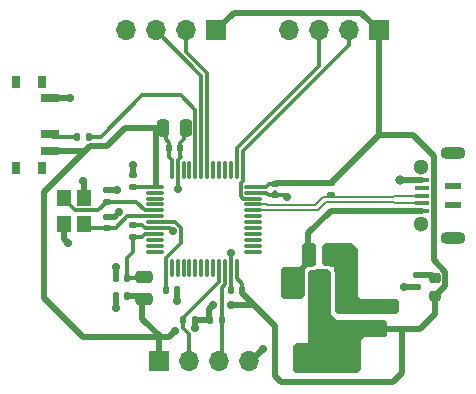
<source format=gbr>
%TF.GenerationSoftware,KiCad,Pcbnew,7.0.9*%
%TF.CreationDate,2024-01-06T18:59:37-08:00*%
%TF.ProjectId,STM32F103C8T6,53544d33-3246-4313-9033-433854362e6b,0.2*%
%TF.SameCoordinates,Original*%
%TF.FileFunction,Copper,L1,Top*%
%TF.FilePolarity,Positive*%
%FSLAX46Y46*%
G04 Gerber Fmt 4.6, Leading zero omitted, Abs format (unit mm)*
G04 Created by KiCad (PCBNEW 7.0.9) date 2024-01-06 18:59:37*
%MOMM*%
%LPD*%
G01*
G04 APERTURE LIST*
G04 Aperture macros list*
%AMRoundRect*
0 Rectangle with rounded corners*
0 $1 Rounding radius*
0 $2 $3 $4 $5 $6 $7 $8 $9 X,Y pos of 4 corners*
0 Add a 4 corners polygon primitive as box body*
4,1,4,$2,$3,$4,$5,$6,$7,$8,$9,$2,$3,0*
0 Add four circle primitives for the rounded corners*
1,1,$1+$1,$2,$3*
1,1,$1+$1,$4,$5*
1,1,$1+$1,$6,$7*
1,1,$1+$1,$8,$9*
0 Add four rect primitives between the rounded corners*
20,1,$1+$1,$2,$3,$4,$5,0*
20,1,$1+$1,$4,$5,$6,$7,0*
20,1,$1+$1,$6,$7,$8,$9,0*
20,1,$1+$1,$8,$9,$2,$3,0*%
G04 Aperture macros list end*
%TA.AperFunction,SMDPad,CuDef*%
%ADD10RoundRect,0.250000X-0.475000X0.250000X-0.475000X-0.250000X0.475000X-0.250000X0.475000X0.250000X0*%
%TD*%
%TA.AperFunction,SMDPad,CuDef*%
%ADD11RoundRect,0.250000X-0.250000X-0.475000X0.250000X-0.475000X0.250000X0.475000X-0.250000X0.475000X0*%
%TD*%
%TA.AperFunction,SMDPad,CuDef*%
%ADD12R,1.250000X0.400000*%
%TD*%
%TA.AperFunction,ComponentPad*%
%ADD13C,1.300000*%
%TD*%
%TA.AperFunction,ComponentPad*%
%ADD14O,2.140000X1.070000*%
%TD*%
%TA.AperFunction,SMDPad,CuDef*%
%ADD15R,1.350000X0.600000*%
%TD*%
%TA.AperFunction,SMDPad,CuDef*%
%ADD16RoundRect,0.140000X0.170000X-0.140000X0.170000X0.140000X-0.170000X0.140000X-0.170000X-0.140000X0*%
%TD*%
%TA.AperFunction,ComponentPad*%
%ADD17R,1.700000X1.700000*%
%TD*%
%TA.AperFunction,ComponentPad*%
%ADD18O,1.700000X1.700000*%
%TD*%
%TA.AperFunction,SMDPad,CuDef*%
%ADD19RoundRect,0.140000X-0.170000X0.140000X-0.170000X-0.140000X0.170000X-0.140000X0.170000X0.140000X0*%
%TD*%
%TA.AperFunction,SMDPad,CuDef*%
%ADD20RoundRect,0.135000X0.135000X0.185000X-0.135000X0.185000X-0.135000X-0.185000X0.135000X-0.185000X0*%
%TD*%
%TA.AperFunction,SMDPad,CuDef*%
%ADD21RoundRect,0.140000X0.140000X0.170000X-0.140000X0.170000X-0.140000X-0.170000X0.140000X-0.170000X0*%
%TD*%
%TA.AperFunction,SMDPad,CuDef*%
%ADD22RoundRect,0.218750X-0.256250X0.218750X-0.256250X-0.218750X0.256250X-0.218750X0.256250X0.218750X0*%
%TD*%
%TA.AperFunction,SMDPad,CuDef*%
%ADD23R,0.800000X1.000000*%
%TD*%
%TA.AperFunction,SMDPad,CuDef*%
%ADD24R,1.500000X0.700000*%
%TD*%
%TA.AperFunction,SMDPad,CuDef*%
%ADD25RoundRect,0.250000X0.475000X-0.250000X0.475000X0.250000X-0.475000X0.250000X-0.475000X-0.250000X0*%
%TD*%
%TA.AperFunction,SMDPad,CuDef*%
%ADD26RoundRect,0.140000X-0.140000X-0.170000X0.140000X-0.170000X0.140000X0.170000X-0.140000X0.170000X0*%
%TD*%
%TA.AperFunction,SMDPad,CuDef*%
%ADD27RoundRect,0.135000X-0.135000X-0.185000X0.135000X-0.185000X0.135000X0.185000X-0.135000X0.185000X0*%
%TD*%
%TA.AperFunction,SMDPad,CuDef*%
%ADD28RoundRect,0.135000X-0.185000X0.135000X-0.185000X-0.135000X0.185000X-0.135000X0.185000X0.135000X0*%
%TD*%
%TA.AperFunction,SMDPad,CuDef*%
%ADD29R,1.500000X2.000000*%
%TD*%
%TA.AperFunction,SMDPad,CuDef*%
%ADD30R,3.800000X2.000000*%
%TD*%
%TA.AperFunction,SMDPad,CuDef*%
%ADD31R,1.200000X1.400000*%
%TD*%
%TA.AperFunction,SMDPad,CuDef*%
%ADD32RoundRect,0.075000X-0.662500X-0.075000X0.662500X-0.075000X0.662500X0.075000X-0.662500X0.075000X0*%
%TD*%
%TA.AperFunction,SMDPad,CuDef*%
%ADD33RoundRect,0.075000X-0.075000X-0.662500X0.075000X-0.662500X0.075000X0.662500X-0.075000X0.662500X0*%
%TD*%
%TA.AperFunction,ViaPad*%
%ADD34C,0.800000*%
%TD*%
%TA.AperFunction,ViaPad*%
%ADD35C,0.700000*%
%TD*%
%TA.AperFunction,Conductor*%
%ADD36C,0.500000*%
%TD*%
%TA.AperFunction,Conductor*%
%ADD37C,0.200000*%
%TD*%
%TA.AperFunction,Conductor*%
%ADD38C,0.300000*%
%TD*%
G04 APERTURE END LIST*
D10*
%TO.P,FB1,1*%
%TO.N,+3.3VA*%
X99900000Y-89850000D03*
%TO.P,FB1,2*%
%TO.N,+3.3V*%
X99900000Y-91750000D03*
%TD*%
D11*
%TO.P,C1,1*%
%TO.N,+3.3V*%
X101550000Y-77250000D03*
%TO.P,C1,2*%
%TO.N,GND*%
X103450000Y-77250000D03*
%TD*%
D12*
%TO.P,J1,1,VBUS*%
%TO.N,VBUS*%
X123400000Y-84300000D03*
%TO.P,J1,2,D-*%
%TO.N,/USB_D-*%
X123400000Y-83650000D03*
%TO.P,J1,3,D+*%
%TO.N,/USB_D+*%
X123400000Y-83000000D03*
%TO.P,J1,4,ID*%
%TO.N,unconnected-(J1-ID-Pad4)*%
X123400000Y-82350000D03*
%TO.P,J1,5,GND*%
%TO.N,GND*%
X123400000Y-81700000D03*
D13*
%TO.P,J1,S5,SHIELD*%
%TO.N,unconnected-(J1-SHIELD-PadS1)*%
X123375000Y-85425000D03*
%TO.P,J1,S4,SHIELD*%
X123375000Y-80575000D03*
D14*
%TO.P,J1,S6,SHIELD*%
X126025000Y-86600000D03*
%TO.P,J1,S3,SHIELD*%
X126025000Y-79400000D03*
D15*
%TO.P,J1,S2,SHIELD*%
X126050000Y-83800000D03*
%TO.P,J1,S1,SHIELD*%
X126050000Y-82200000D03*
%TD*%
D16*
%TO.P,C2,1*%
%TO.N,+3.3V*%
X99000000Y-82230000D03*
%TO.P,C2,2*%
%TO.N,GND*%
X99000000Y-81270000D03*
%TD*%
D17*
%TO.P,J3,1,Pin_1*%
%TO.N,+3.3V*%
X106000000Y-69000000D03*
D18*
%TO.P,J3,2,Pin_2*%
%TO.N,/USART1_TX*%
X103460000Y-69000000D03*
%TO.P,J3,3,Pin_3*%
%TO.N,/USART1_RX*%
X100920000Y-69000000D03*
%TO.P,J3,4,Pin_4*%
%TO.N,GND*%
X98380000Y-69000000D03*
%TD*%
D19*
%TO.P,C4,1*%
%TO.N,+3.3V*%
X111000000Y-82020000D03*
%TO.P,C4,2*%
%TO.N,GND*%
X111000000Y-82980000D03*
%TD*%
D20*
%TO.P,R5,1*%
%TO.N,/I2C2_SDA*%
X106480000Y-93500000D03*
%TO.P,R5,2*%
%TO.N,+3.3V*%
X105460000Y-93500000D03*
%TD*%
D21*
%TO.P,C8,1*%
%TO.N,+3.3V*%
X98480000Y-91500000D03*
%TO.P,C8,2*%
%TO.N,GND*%
X97520000Y-91500000D03*
%TD*%
%TO.P,C5,1*%
%TO.N,+3.3V*%
X108230000Y-91000000D03*
%TO.P,C5,2*%
%TO.N,GND*%
X107270000Y-91000000D03*
%TD*%
D22*
%TO.P,D1,1,K*%
%TO.N,/PWR_LED_K*%
X124500000Y-89962500D03*
%TO.P,D1,2,A*%
%TO.N,+3.3V*%
X124500000Y-91537500D03*
%TD*%
D23*
%TO.P,SW1,*%
%TO.N,*%
X91280000Y-73350000D03*
X89070000Y-73350000D03*
X91280000Y-80650000D03*
X89070000Y-80650000D03*
D24*
%TO.P,SW1,1,A*%
%TO.N,GND*%
X91930000Y-74750000D03*
%TO.P,SW1,2,B*%
%TO.N,/SW_BOOT0*%
X91930000Y-77750000D03*
%TO.P,SW1,3,C*%
%TO.N,+3.3V*%
X91930000Y-79250000D03*
%TD*%
D25*
%TO.P,C13,1*%
%TO.N,+3.3V*%
X119500000Y-94250000D03*
%TO.P,C13,2*%
%TO.N,GND*%
X119500000Y-92350000D03*
%TD*%
D26*
%TO.P,C3,1*%
%TO.N,+3.3V*%
X102020000Y-79000000D03*
%TO.P,C3,2*%
%TO.N,GND*%
X102980000Y-79000000D03*
%TD*%
D11*
%TO.P,C12,1*%
%TO.N,VBUS*%
X113800000Y-88050000D03*
%TO.P,C12,2*%
%TO.N,GND*%
X115700000Y-88050000D03*
%TD*%
D16*
%TO.P,C6,1*%
%TO.N,+3.3VA*%
X99000000Y-86480000D03*
%TO.P,C6,2*%
%TO.N,GND*%
X99000000Y-85520000D03*
%TD*%
D27*
%TO.P,R4,1*%
%TO.N,/I2C2_SCL*%
X103210000Y-93500000D03*
%TO.P,R4,2*%
%TO.N,+3.3V*%
X104230000Y-93500000D03*
%TD*%
D28*
%TO.P,R3,1*%
%TO.N,/PWR_LED_K*%
X123000000Y-89740000D03*
%TO.P,R3,2*%
%TO.N,GND*%
X123000000Y-90760000D03*
%TD*%
D17*
%TO.P,J2,1,Pin_1*%
%TO.N,+3.3V*%
X119800000Y-69000000D03*
D18*
%TO.P,J2,2,Pin_2*%
%TO.N,/SWDIO*%
X117260000Y-69000000D03*
%TO.P,J2,3,Pin_3*%
%TO.N,/SWCLK*%
X114720000Y-69000000D03*
%TO.P,J2,4,Pin_4*%
%TO.N,GND*%
X112180000Y-69000000D03*
%TD*%
D21*
%TO.P,C7,1*%
%TO.N,+3.3VA*%
X98480000Y-90000000D03*
%TO.P,C7,2*%
%TO.N,GND*%
X97520000Y-90000000D03*
%TD*%
D27*
%TO.P,R1,1*%
%TO.N,/SW_BOOT0*%
X94215000Y-78000000D03*
%TO.P,R1,2*%
%TO.N,/BOOT0*%
X95235000Y-78000000D03*
%TD*%
D29*
%TO.P,U2,1,GND*%
%TO.N,GND*%
X117050000Y-90400000D03*
%TO.P,U2,2,VO*%
%TO.N,+3.3V*%
X114750000Y-90400000D03*
D30*
X114750000Y-96700000D03*
D29*
%TO.P,U2,3,VI*%
%TO.N,VBUS*%
X112450000Y-90400000D03*
%TD*%
D26*
%TO.P,C9,1*%
%TO.N,/NRST*%
X101770000Y-91000000D03*
%TO.P,C9,2*%
%TO.N,GND*%
X102730000Y-91000000D03*
%TD*%
D31*
%TO.P,Y1,1,1*%
%TO.N,/HSE_IN*%
X93150000Y-83170000D03*
%TO.P,Y1,2,2*%
%TO.N,GND*%
X93150000Y-85370000D03*
%TO.P,Y1,3,3*%
%TO.N,/HSE_OUT*%
X94850000Y-85370000D03*
%TO.P,Y1,4,4*%
%TO.N,GND*%
X94850000Y-83170000D03*
%TD*%
D28*
%TO.P,R2,1*%
%TO.N,+3.3V*%
X115750000Y-81890000D03*
%TO.P,R2,2*%
%TO.N,/USB_D+*%
X115750000Y-82910000D03*
%TD*%
D32*
%TO.P,U1,1,VBAT*%
%TO.N,+3.3V*%
X100837500Y-82250000D03*
%TO.P,U1,2,PC13*%
%TO.N,unconnected-(U1-PC13-Pad2)*%
X100837500Y-82750000D03*
%TO.P,U1,3,PC14*%
%TO.N,unconnected-(U1-PC14-Pad3)*%
X100837500Y-83250000D03*
%TO.P,U1,4,PC15*%
%TO.N,unconnected-(U1-PC15-Pad4)*%
X100837500Y-83750000D03*
%TO.P,U1,5,PD0*%
%TO.N,/HSE_IN*%
X100837500Y-84250000D03*
%TO.P,U1,6,PD1*%
%TO.N,/HSE_OUT*%
X100837500Y-84750000D03*
%TO.P,U1,7,NRST*%
%TO.N,/NRST*%
X100837500Y-85250000D03*
%TO.P,U1,8,VSSA*%
%TO.N,GND*%
X100837500Y-85750000D03*
%TO.P,U1,9,VDDA*%
%TO.N,+3.3VA*%
X100837500Y-86250000D03*
%TO.P,U1,10,PA0*%
%TO.N,unconnected-(U1-PA0-Pad10)*%
X100837500Y-86750000D03*
%TO.P,U1,11,PA1*%
%TO.N,unconnected-(U1-PA1-Pad11)*%
X100837500Y-87250000D03*
%TO.P,U1,12,PA2*%
%TO.N,unconnected-(U1-PA2-Pad12)*%
X100837500Y-87750000D03*
D33*
%TO.P,U1,13,PA3*%
%TO.N,unconnected-(U1-PA3-Pad13)*%
X102250000Y-89162500D03*
%TO.P,U1,14,PA4*%
%TO.N,unconnected-(U1-PA4-Pad14)*%
X102750000Y-89162500D03*
%TO.P,U1,15,PA5*%
%TO.N,unconnected-(U1-PA5-Pad15)*%
X103250000Y-89162500D03*
%TO.P,U1,16,PA6*%
%TO.N,unconnected-(U1-PA6-Pad16)*%
X103750000Y-89162500D03*
%TO.P,U1,17,PA7*%
%TO.N,unconnected-(U1-PA7-Pad17)*%
X104250000Y-89162500D03*
%TO.P,U1,18,PB0*%
%TO.N,unconnected-(U1-PB0-Pad18)*%
X104750000Y-89162500D03*
%TO.P,U1,19,PB1*%
%TO.N,unconnected-(U1-PB1-Pad19)*%
X105250000Y-89162500D03*
%TO.P,U1,20,PB2*%
%TO.N,unconnected-(U1-PB2-Pad20)*%
X105750000Y-89162500D03*
%TO.P,U1,21,PB10*%
%TO.N,/I2C2_SCL*%
X106250000Y-89162500D03*
%TO.P,U1,22,PB11*%
%TO.N,/I2C2_SDA*%
X106750000Y-89162500D03*
%TO.P,U1,23,VSS*%
%TO.N,GND*%
X107250000Y-89162500D03*
%TO.P,U1,24,VDD*%
%TO.N,+3.3V*%
X107750000Y-89162500D03*
D32*
%TO.P,U1,25,PB12*%
%TO.N,unconnected-(U1-PB12-Pad25)*%
X109162500Y-87750000D03*
%TO.P,U1,26,PB13*%
%TO.N,unconnected-(U1-PB13-Pad26)*%
X109162500Y-87250000D03*
%TO.P,U1,27,PB14*%
%TO.N,unconnected-(U1-PB14-Pad27)*%
X109162500Y-86750000D03*
%TO.P,U1,28,PB15*%
%TO.N,unconnected-(U1-PB15-Pad28)*%
X109162500Y-86250000D03*
%TO.P,U1,29,PA8*%
%TO.N,unconnected-(U1-PA8-Pad29)*%
X109162500Y-85750000D03*
%TO.P,U1,30,PA9*%
%TO.N,unconnected-(U1-PA9-Pad30)*%
X109162500Y-85250000D03*
%TO.P,U1,31,PA10*%
%TO.N,unconnected-(U1-PA10-Pad31)*%
X109162500Y-84750000D03*
%TO.P,U1,32,PA11*%
%TO.N,/USB_D-*%
X109162500Y-84250000D03*
%TO.P,U1,33,PA12*%
%TO.N,/USB_D+*%
X109162500Y-83750000D03*
%TO.P,U1,34,PA13*%
%TO.N,/SWDIO*%
X109162500Y-83250000D03*
%TO.P,U1,35,VSS*%
%TO.N,GND*%
X109162500Y-82750000D03*
%TO.P,U1,36,VDD*%
%TO.N,+3.3V*%
X109162500Y-82250000D03*
D33*
%TO.P,U1,37,PA14*%
%TO.N,/SWCLK*%
X107750000Y-80837500D03*
%TO.P,U1,38,PA15*%
%TO.N,unconnected-(U1-PA15-Pad38)*%
X107250000Y-80837500D03*
%TO.P,U1,39,PB3*%
%TO.N,unconnected-(U1-PB3-Pad39)*%
X106750000Y-80837500D03*
%TO.P,U1,40,PB4*%
%TO.N,unconnected-(U1-PB4-Pad40)*%
X106250000Y-80837500D03*
%TO.P,U1,41,PB5*%
%TO.N,unconnected-(U1-PB5-Pad41)*%
X105750000Y-80837500D03*
%TO.P,U1,42,PB6*%
%TO.N,/USART1_TX*%
X105250000Y-80837500D03*
%TO.P,U1,43,PB7*%
%TO.N,/USART1_RX*%
X104750000Y-80837500D03*
%TO.P,U1,44,BOOT0*%
%TO.N,/BOOT0*%
X104250000Y-80837500D03*
%TO.P,U1,45,PB8*%
%TO.N,unconnected-(U1-PB8-Pad45)*%
X103750000Y-80837500D03*
%TO.P,U1,46,PB9*%
%TO.N,unconnected-(U1-PB9-Pad46)*%
X103250000Y-80837500D03*
%TO.P,U1,47,VSS*%
%TO.N,GND*%
X102750000Y-80837500D03*
%TO.P,U1,48,VDD*%
%TO.N,+3.3V*%
X102250000Y-80837500D03*
%TD*%
D16*
%TO.P,C10,1*%
%TO.N,/HSE_IN*%
X96750000Y-83500000D03*
%TO.P,C10,2*%
%TO.N,GND*%
X96750000Y-82540000D03*
%TD*%
%TO.P,C11,1*%
%TO.N,/HSE_OUT*%
X96750000Y-85750000D03*
%TO.P,C11,2*%
%TO.N,GND*%
X96750000Y-84790000D03*
%TD*%
D17*
%TO.P,J4,1,Pin_1*%
%TO.N,+3.3V*%
X101200000Y-97000000D03*
D18*
%TO.P,J4,2,Pin_2*%
%TO.N,/I2C2_SCL*%
X103740000Y-97000000D03*
%TO.P,J4,3,Pin_3*%
%TO.N,/I2C2_SDA*%
X106280000Y-97000000D03*
%TO.P,J4,4,Pin_4*%
%TO.N,GND*%
X108820000Y-97000000D03*
%TD*%
D34*
%TO.N,GND*%
X121600000Y-81700000D03*
D35*
%TO.N,+3.3V*%
X105750000Y-92250000D03*
X102500000Y-94500000D03*
X104200000Y-94200000D03*
X107250000Y-92250000D03*
%TO.N,GND*%
X97500000Y-92500000D03*
X93500000Y-87000000D03*
X97500000Y-89000000D03*
X102350000Y-86025000D03*
X117250000Y-88500000D03*
X93650000Y-74750000D03*
X112000000Y-83125500D03*
X102775000Y-82450000D03*
X121875000Y-90775000D03*
X116500000Y-92000000D03*
X117250000Y-87500000D03*
X121000000Y-92250000D03*
X94750000Y-81750000D03*
X97600000Y-82500000D03*
X107250000Y-87850000D03*
X102725000Y-91950000D03*
X97800000Y-84400000D03*
X99000000Y-80400000D03*
X117500000Y-92000000D03*
X110000000Y-96000000D03*
%TD*%
D36*
%TO.N,+3.3V*%
X122646701Y-77840000D02*
X124475000Y-79668299D01*
X124475000Y-79668299D02*
X124475000Y-88475000D01*
X124475000Y-88475000D02*
X125425000Y-89425000D01*
%TO.N,VBUS*%
X113800000Y-88050000D02*
X113800000Y-86200000D01*
X113800000Y-86200000D02*
X115700000Y-84300000D01*
X115700000Y-84300000D02*
X123400000Y-84300000D01*
%TO.N,GND*%
X123450000Y-81700000D02*
X121600000Y-81700000D01*
D37*
%TO.N,/USB_D-*%
X121019999Y-83550000D02*
X121119999Y-83650000D01*
X121119999Y-83650000D02*
X123450000Y-83650000D01*
%TO.N,/USB_D+*%
X121019999Y-83100000D02*
X121119999Y-83000000D01*
X121119999Y-83000000D02*
X123450000Y-83000000D01*
D38*
%TO.N,+3.3V*%
X110500000Y-82000000D02*
X110520000Y-82020000D01*
D36*
X101200000Y-97000000D02*
X101200000Y-95094622D01*
D38*
X109162500Y-82250000D02*
X110250000Y-82250000D01*
D36*
X119800000Y-77840000D02*
X115750000Y-81890000D01*
X105400000Y-92600000D02*
X105400000Y-93300000D01*
D38*
X101725000Y-78225000D02*
X101725000Y-77250000D01*
D36*
X106000000Y-69000000D02*
X107500000Y-67500000D01*
X102005378Y-94994622D02*
X101300000Y-94994622D01*
X121750000Y-94250000D02*
X121750000Y-98000000D01*
D38*
X99020000Y-82250000D02*
X99000000Y-82230000D01*
D36*
X101200000Y-95094622D02*
X101300000Y-94994622D01*
X111130000Y-81890000D02*
X111000000Y-82020000D01*
X109250000Y-92250000D02*
X108230000Y-91230000D01*
X98480000Y-91500000D02*
X99712500Y-91500000D01*
X94850000Y-79250000D02*
X95330000Y-78770000D01*
D38*
X107750000Y-89162500D02*
X107750000Y-90000000D01*
D36*
X105200000Y-93500000D02*
X105460000Y-93500000D01*
X99712500Y-91500000D02*
X99750000Y-91537500D01*
X111000000Y-94000000D02*
X109250000Y-92250000D01*
X125425000Y-89425000D02*
X125425000Y-90612500D01*
X121000000Y-98750000D02*
X111500000Y-98750000D01*
X101300000Y-94994622D02*
X94694622Y-94994622D01*
X100900000Y-77250000D02*
X101725000Y-77250000D01*
X105750000Y-92250000D02*
X105400000Y-92600000D01*
D38*
X102250000Y-80837500D02*
X102250000Y-80000000D01*
D36*
X94694622Y-94994622D02*
X91400000Y-91700000D01*
X91400000Y-82700000D02*
X95330000Y-78770000D01*
D38*
X102020000Y-79000000D02*
X102020000Y-78520000D01*
D36*
X104230000Y-93500000D02*
X105200000Y-93500000D01*
X121750000Y-98000000D02*
X121000000Y-98750000D01*
X100900000Y-82150000D02*
X100837500Y-82150000D01*
D38*
X102250000Y-80000000D02*
X102000000Y-79750000D01*
D36*
X102500000Y-94500000D02*
X102005378Y-94994622D01*
X124500000Y-93000000D02*
X124500000Y-91537500D01*
X108230000Y-91230000D02*
X108230000Y-91000000D01*
X99750000Y-93444622D02*
X99750000Y-91537500D01*
X109250000Y-92250000D02*
X107250000Y-92250000D01*
X115750000Y-81890000D02*
X111130000Y-81890000D01*
X119800000Y-77840000D02*
X122646701Y-77840000D01*
D38*
X102000000Y-79750000D02*
X102020000Y-79730000D01*
D36*
X91400000Y-91700000D02*
X91400000Y-82700000D01*
D38*
X102020000Y-79730000D02*
X102020000Y-79000000D01*
X102020000Y-78520000D02*
X101725000Y-78225000D01*
D36*
X95330000Y-78770000D02*
X96730000Y-78770000D01*
X107500000Y-67500000D02*
X118300000Y-67500000D01*
X100900000Y-77250000D02*
X100900000Y-82150000D01*
D38*
X110520000Y-82020000D02*
X111000000Y-82020000D01*
X108230000Y-90480000D02*
X108230000Y-91000000D01*
X100837500Y-82250000D02*
X99020000Y-82250000D01*
X107750000Y-90000000D02*
X108230000Y-90480000D01*
D36*
X111000000Y-98250000D02*
X111000000Y-94000000D01*
D38*
X110250000Y-82250000D02*
X110500000Y-82000000D01*
D36*
X119500000Y-94250000D02*
X121750000Y-94250000D01*
X123250000Y-94250000D02*
X124500000Y-93000000D01*
X105400000Y-93300000D02*
X105200000Y-93500000D01*
X125425000Y-90612500D02*
X124500000Y-91537500D01*
X121750000Y-94250000D02*
X123250000Y-94250000D01*
X104230000Y-93500000D02*
X104230000Y-94170000D01*
X98250000Y-77250000D02*
X100900000Y-77250000D01*
X119800000Y-69000000D02*
X119800000Y-77840000D01*
X118300000Y-67500000D02*
X119800000Y-69000000D01*
X111500000Y-98750000D02*
X111000000Y-98250000D01*
X101300000Y-94994622D02*
X99750000Y-93444622D01*
X91930000Y-79250000D02*
X94850000Y-79250000D01*
X96730000Y-78770000D02*
X98250000Y-77250000D01*
X104230000Y-94170000D02*
X104200000Y-94200000D01*
D38*
%TO.N,GND*%
X99996880Y-85750000D02*
X99750000Y-85503120D01*
D36*
X94850000Y-83170000D02*
X94850000Y-81850000D01*
X96750000Y-82540000D02*
X97560000Y-82540000D01*
D38*
X111854500Y-82980000D02*
X112000000Y-83125500D01*
X99730000Y-85520000D02*
X99000000Y-85520000D01*
X102980000Y-78520000D02*
X103275000Y-78225000D01*
D36*
X102730000Y-91945000D02*
X102725000Y-91950000D01*
D38*
X107250000Y-89162500D02*
X107250000Y-90980000D01*
D36*
X97520000Y-89020000D02*
X97500000Y-89000000D01*
X102730000Y-91000000D02*
X102730000Y-91945000D01*
X93150000Y-85370000D02*
X93150000Y-86650000D01*
X97520000Y-90000000D02*
X97520000Y-89020000D01*
D38*
X107250000Y-89162500D02*
X107250000Y-87850000D01*
X100837500Y-85750000D02*
X102075000Y-85750000D01*
D36*
X97560000Y-82540000D02*
X97600000Y-82500000D01*
D38*
X103275000Y-78225000D02*
X103275000Y-77250000D01*
X107250000Y-90980000D02*
X107270000Y-91000000D01*
X102996880Y-79750000D02*
X103000000Y-79750000D01*
X102750000Y-79996880D02*
X102996880Y-79750000D01*
X110480000Y-82980000D02*
X111000000Y-82980000D01*
D36*
X121890000Y-90760000D02*
X121875000Y-90775000D01*
D38*
X110250000Y-82750000D02*
X110480000Y-82980000D01*
X102750000Y-82425000D02*
X102775000Y-82450000D01*
X110960000Y-82750000D02*
X111000000Y-82710000D01*
D36*
X91930000Y-74750000D02*
X93650000Y-74750000D01*
D38*
X103000000Y-79750000D02*
X102980000Y-79730000D01*
X99750000Y-85503120D02*
X99750000Y-85500000D01*
X109162500Y-82750000D02*
X110250000Y-82750000D01*
D36*
X97520000Y-92480000D02*
X97500000Y-92500000D01*
D38*
X102980000Y-79730000D02*
X102980000Y-79000000D01*
X111000000Y-82980000D02*
X111854500Y-82980000D01*
D36*
X96750000Y-84790000D02*
X97410000Y-84790000D01*
X108820000Y-97000000D02*
X109000000Y-97000000D01*
D38*
X100837500Y-85750000D02*
X99996880Y-85750000D01*
X102980000Y-79000000D02*
X102980000Y-78520000D01*
X99750000Y-85500000D02*
X99730000Y-85520000D01*
X102750000Y-80837500D02*
X102750000Y-82425000D01*
D36*
X109000000Y-97000000D02*
X110000000Y-96000000D01*
X93150000Y-86650000D02*
X93500000Y-87000000D01*
X97520000Y-91500000D02*
X97520000Y-92480000D01*
D38*
X102075000Y-85750000D02*
X102350000Y-86025000D01*
D36*
X123000000Y-90760000D02*
X121890000Y-90760000D01*
D38*
X102750000Y-80837500D02*
X102750000Y-79996880D01*
D36*
X99000000Y-81270000D02*
X99000000Y-80400000D01*
X97410000Y-84790000D02*
X97800000Y-84400000D01*
X94850000Y-81850000D02*
X94750000Y-81750000D01*
D38*
%TO.N,+3.3VA*%
X99000000Y-86480000D02*
X99000000Y-87750000D01*
X99750000Y-86496880D02*
X99750000Y-86500000D01*
X99996880Y-86250000D02*
X99750000Y-86496880D01*
X99712500Y-90000000D02*
X99750000Y-89962500D01*
X100837500Y-86250000D02*
X99996880Y-86250000D01*
X99730000Y-86480000D02*
X99000000Y-86480000D01*
X98480000Y-88270000D02*
X98480000Y-90000000D01*
X99750000Y-86500000D02*
X99730000Y-86480000D01*
X99000000Y-87750000D02*
X98480000Y-88270000D01*
X98480000Y-90000000D02*
X99712500Y-90000000D01*
%TO.N,/NRST*%
X101750000Y-90980000D02*
X101770000Y-91000000D01*
X103050000Y-87021880D02*
X101750000Y-88321880D01*
X100837500Y-85250000D02*
X102564950Y-85250000D01*
X101750000Y-88321880D02*
X101750000Y-90980000D01*
X102564950Y-85250000D02*
X103050000Y-85735050D01*
X103050000Y-85735050D02*
X103050000Y-87021880D01*
%TO.N,/HSE_IN*%
X100837500Y-84250000D02*
X99996880Y-84250000D01*
X99996880Y-84250000D02*
X99250000Y-83503120D01*
X96030000Y-84220000D02*
X94100000Y-84220000D01*
X96750000Y-83500000D02*
X96030000Y-84220000D01*
X99250000Y-83503120D02*
X99250000Y-83500000D01*
X94100000Y-84220000D02*
X93150000Y-83270000D01*
X93150000Y-83270000D02*
X93150000Y-83170000D01*
X99250000Y-83500000D02*
X96750000Y-83500000D01*
%TO.N,/HSE_OUT*%
X95230000Y-85750000D02*
X94850000Y-85370000D01*
X100837500Y-84750000D02*
X98500000Y-84750000D01*
X96750000Y-85750000D02*
X95230000Y-85750000D01*
X98500000Y-84750000D02*
X97500000Y-85750000D01*
X97500000Y-85750000D02*
X96750000Y-85750000D01*
D36*
%TO.N,/PWR_LED_K*%
X124277500Y-89740000D02*
X124500000Y-89962500D01*
X123000000Y-89740000D02*
X124277500Y-89740000D01*
D37*
%TO.N,/USB_D-*%
X114593200Y-84225000D02*
X115268200Y-83550000D01*
X115268200Y-83550000D02*
X121019999Y-83550000D01*
X110293751Y-84225000D02*
X114593200Y-84225000D01*
X109162500Y-84250000D02*
X110268751Y-84250000D01*
X110268751Y-84250000D02*
X110293751Y-84225000D01*
%TO.N,/USB_D+*%
X110268751Y-83750000D02*
X110293751Y-83775000D01*
X114406800Y-83775000D02*
X115081800Y-83100000D01*
X110293751Y-83775000D02*
X114406800Y-83775000D01*
X115081800Y-83100000D02*
X121019999Y-83100000D01*
X109162500Y-83750000D02*
X110268751Y-83750000D01*
D38*
%TO.N,/SWDIO*%
X108321880Y-83250000D02*
X108075000Y-83003120D01*
X117260000Y-70240000D02*
X117260000Y-69000000D01*
X109162500Y-83250000D02*
X108321880Y-83250000D01*
X108075000Y-81925000D02*
X108250000Y-81750000D01*
X108250000Y-81750000D02*
X108250000Y-79250000D01*
X108250000Y-79250000D02*
X117260000Y-70240000D01*
X108075000Y-83003120D02*
X108075000Y-81925000D01*
%TO.N,/SWCLK*%
X107750000Y-79000000D02*
X114750000Y-72000000D01*
X107750000Y-80837500D02*
X107750000Y-79000000D01*
X114720000Y-71970000D02*
X114720000Y-69000000D01*
X114750000Y-72000000D02*
X114720000Y-71970000D01*
%TO.N,/USART1_TX*%
X103460000Y-70832894D02*
X105250000Y-72622894D01*
X105250000Y-80837500D02*
X105250000Y-72750000D01*
X105250000Y-72622894D02*
X105250000Y-72750000D01*
X103460000Y-69000000D02*
X103460000Y-70832894D01*
%TO.N,/USART1_RX*%
X104750000Y-72830000D02*
X100920000Y-69000000D01*
X104750000Y-80837500D02*
X104750000Y-72830000D01*
%TO.N,/I2C2_SCL*%
X103210000Y-94210000D02*
X103750000Y-94750000D01*
X106250000Y-90306047D02*
X103210000Y-93346047D01*
X103210000Y-93346047D02*
X103210000Y-93500000D01*
X103750000Y-94750000D02*
X103740000Y-94760000D01*
X103210000Y-93500000D02*
X103210000Y-94210000D01*
X106250000Y-89162500D02*
X106250000Y-90306047D01*
X103740000Y-94760000D02*
X103740000Y-97000000D01*
%TO.N,/I2C2_SDA*%
X106480000Y-96800000D02*
X106280000Y-97000000D01*
X106480000Y-90783154D02*
X106480000Y-93500000D01*
X106480000Y-93500000D02*
X106480000Y-96800000D01*
X106750000Y-89162500D02*
X106750000Y-90513154D01*
X106750000Y-90513154D02*
X106480000Y-90783154D01*
%TO.N,/SW_BOOT0*%
X94215000Y-78000000D02*
X92180000Y-78000000D01*
X92180000Y-78000000D02*
X91930000Y-77750000D01*
%TO.N,/BOOT0*%
X104250000Y-80837500D02*
X104250000Y-75750000D01*
X96250000Y-78000000D02*
X95235000Y-78000000D01*
X104250000Y-75750000D02*
X103000000Y-74500000D01*
X99750000Y-74500000D02*
X96250000Y-78000000D01*
X103000000Y-74500000D02*
X99750000Y-74500000D01*
%TD*%
%TA.AperFunction,Conductor*%
%TO.N,VBUS*%
G36*
X114265677Y-87019685D02*
G01*
X114286319Y-87036319D01*
X114463681Y-87213681D01*
X114497166Y-87275004D01*
X114500000Y-87301362D01*
X114500000Y-88698638D01*
X114480315Y-88765677D01*
X114463681Y-88786319D01*
X114286319Y-88963681D01*
X114224996Y-88997166D01*
X114198638Y-89000000D01*
X113749999Y-89000000D01*
X113500000Y-89249999D01*
X113500000Y-91448638D01*
X113480315Y-91515677D01*
X113463681Y-91536319D01*
X113286319Y-91713681D01*
X113224996Y-91747166D01*
X113198638Y-91750000D01*
X111801362Y-91750000D01*
X111734323Y-91730315D01*
X111713681Y-91713681D01*
X111536319Y-91536319D01*
X111502834Y-91474996D01*
X111500000Y-91448638D01*
X111500000Y-89301362D01*
X111519685Y-89234323D01*
X111536319Y-89213681D01*
X111713681Y-89036319D01*
X111775004Y-89002834D01*
X111801362Y-89000000D01*
X113000000Y-89000000D01*
X113250000Y-88750000D01*
X113250000Y-87301362D01*
X113269685Y-87234323D01*
X113286319Y-87213681D01*
X113463681Y-87036319D01*
X113525004Y-87002834D01*
X113551362Y-87000000D01*
X114198638Y-87000000D01*
X114265677Y-87019685D01*
G37*
%TD.AperFunction*%
%TD*%
%TA.AperFunction,Conductor*%
%TO.N,GND*%
G36*
X117515677Y-87019685D02*
G01*
X117536319Y-87036319D01*
X117963681Y-87463681D01*
X117997166Y-87525004D01*
X118000000Y-87551362D01*
X118000000Y-91500000D01*
X118250000Y-91750000D01*
X121198638Y-91750000D01*
X121265677Y-91769685D01*
X121286319Y-91786319D01*
X121463681Y-91963681D01*
X121497166Y-92025004D01*
X121500000Y-92051362D01*
X121500000Y-92698638D01*
X121480315Y-92765677D01*
X121463681Y-92786319D01*
X121286319Y-92963681D01*
X121224996Y-92997166D01*
X121198638Y-93000000D01*
X116301362Y-93000000D01*
X116234323Y-92980315D01*
X116213681Y-92963681D01*
X116091819Y-92841819D01*
X116058334Y-92780496D01*
X116055500Y-92754138D01*
X116055500Y-89543182D01*
X116055500Y-89543180D01*
X116054624Y-89526838D01*
X116050915Y-89492345D01*
X116050080Y-89485340D01*
X116015297Y-89378593D01*
X116015161Y-89378345D01*
X116015121Y-89378188D01*
X116013026Y-89373332D01*
X116013797Y-89372999D01*
X116000000Y-89318929D01*
X116000000Y-89000000D01*
X115677560Y-89000000D01*
X115621360Y-88986532D01*
X115601749Y-88976561D01*
X115601748Y-88976560D01*
X115601745Y-88976559D01*
X115534716Y-88956877D01*
X115534710Y-88956876D01*
X115448638Y-88944500D01*
X115448635Y-88944500D01*
X115245862Y-88944500D01*
X115178823Y-88924815D01*
X115158181Y-88908181D01*
X115036319Y-88786319D01*
X115002834Y-88724996D01*
X115000000Y-88698638D01*
X115000000Y-87301362D01*
X115019685Y-87234323D01*
X115036319Y-87213681D01*
X115213681Y-87036319D01*
X115275004Y-87002834D01*
X115301362Y-87000000D01*
X117448638Y-87000000D01*
X117515677Y-87019685D01*
G37*
%TD.AperFunction*%
%TD*%
%TA.AperFunction,Conductor*%
%TO.N,+3.3V*%
G36*
X115515677Y-89269685D02*
G01*
X115536319Y-89286319D01*
X115713681Y-89463681D01*
X115747166Y-89525004D01*
X115750000Y-89551362D01*
X115750000Y-93000000D01*
X116250000Y-93500000D01*
X120198638Y-93500000D01*
X120265677Y-93519685D01*
X120286319Y-93536319D01*
X120463681Y-93713681D01*
X120497166Y-93775004D01*
X120500000Y-93801362D01*
X120500000Y-94698638D01*
X120480315Y-94765677D01*
X120463681Y-94786319D01*
X120286319Y-94963681D01*
X120224996Y-94997166D01*
X120198638Y-95000000D01*
X118499999Y-95000000D01*
X118250000Y-95249999D01*
X118250000Y-97698638D01*
X118230315Y-97765677D01*
X118213681Y-97786319D01*
X118036319Y-97963681D01*
X117974996Y-97997166D01*
X117948638Y-98000000D01*
X112801362Y-98000000D01*
X112734323Y-97980315D01*
X112713681Y-97963681D01*
X112536319Y-97786319D01*
X112502834Y-97724996D01*
X112500000Y-97698638D01*
X112500000Y-95801362D01*
X112519685Y-95734323D01*
X112536319Y-95713681D01*
X112713681Y-95536319D01*
X112775004Y-95502834D01*
X112801362Y-95500000D01*
X113750000Y-95500000D01*
X113750000Y-91677560D01*
X113763469Y-91621356D01*
X113771123Y-91606303D01*
X113773439Y-91601749D01*
X113793124Y-91534710D01*
X113805500Y-91448638D01*
X113805500Y-89495862D01*
X113825185Y-89428823D01*
X113841819Y-89408181D01*
X113908181Y-89341819D01*
X113969504Y-89308334D01*
X113995862Y-89305500D01*
X114206818Y-89305500D01*
X114206820Y-89305500D01*
X114223162Y-89304624D01*
X114257655Y-89300915D01*
X114264660Y-89300080D01*
X114371407Y-89265297D01*
X114371643Y-89265167D01*
X114371799Y-89265128D01*
X114376665Y-89263028D01*
X114376998Y-89263801D01*
X114431070Y-89250000D01*
X115448638Y-89250000D01*
X115515677Y-89269685D01*
G37*
%TD.AperFunction*%
%TD*%
M02*

</source>
